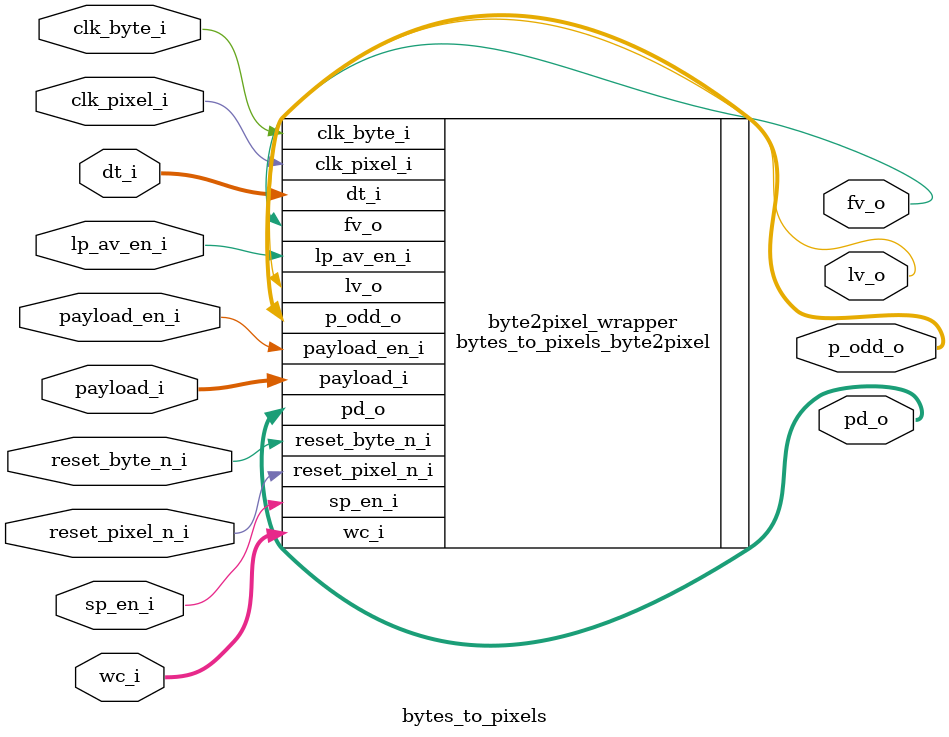
<source format=v>

module bytes_to_pixels
(
    input  wire	                             reset_byte_n_i,
    input  wire	                             clk_byte_i,
    input  wire                              sp_en_i,	      // Short Packet Enable
    input  wire [5:0]                        dt_i,	          // Data Type
    input  wire                              lp_av_en_i,      // Long Packet of Active Video Enable
    input  wire	                             payload_en_i,    // paload enable
    input  wire [1*8-1:0]    payload_i,       // payload
    input  wire [15:0]                       wc_i,            // payload byte count

    input  wire	                             reset_pixel_n_i,
    input  wire	                             clk_pixel_i,
    output wire                              fv_o,            // Frame Valid in clk_pixel domain
    output wire                              lv_o,            // Line Valid in clk_pixel domain
    output wire [10*1-1:0] pd_o,            // picture data
    output wire [1:0]                        p_odd_o         // odd pixel indicator
);


/*synthesis translate_off*/
//  GSR GSR_INST (.GSR (1'b1));  // only for simulation purposes
// not included in official release, only used to check for compile errors
//`ifdef COMPILE_ONLY
//  PUR PUR_INST (.PUR (1'b1));  // only for simulation purposes
//`endif
/*synthesis translate_on*/

///// DPHY to CMOS Soft IP /////
  bytes_to_pixels_byte2pixel 
    byte2pixel_wrapper  (
    .reset_byte_n_i          (reset_byte_n_i),
    .reset_pixel_n_i         (reset_pixel_n_i),
    .clk_byte_i              (clk_byte_i),
    .clk_pixel_i             (clk_pixel_i),
    .sp_en_i                 (sp_en_i),
    .dt_i                    (dt_i),
    .lp_av_en_i              (lp_av_en_i),
    .payload_en_i            (payload_en_i),
    .payload_i               (payload_i),
    .wc_i                    (wc_i),
    .fv_o                    (fv_o),
    .lv_o                    (lv_o),
    .pd_o                    (pd_o),
    .p_odd_o                 (p_odd_o)
        );

endmodule

</source>
